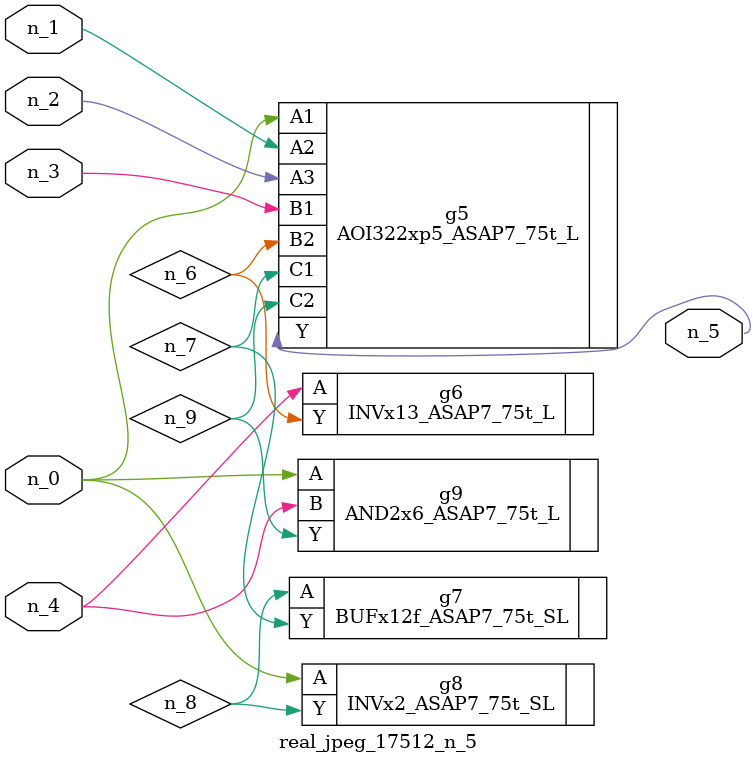
<source format=v>
module real_jpeg_17512_n_5 (n_4, n_0, n_1, n_2, n_3, n_5);

input n_4;
input n_0;
input n_1;
input n_2;
input n_3;

output n_5;

wire n_8;
wire n_6;
wire n_7;
wire n_9;

AOI322xp5_ASAP7_75t_L g5 ( 
.A1(n_0),
.A2(n_1),
.A3(n_2),
.B1(n_3),
.B2(n_6),
.C1(n_7),
.C2(n_9),
.Y(n_5)
);

INVx2_ASAP7_75t_SL g8 ( 
.A(n_0),
.Y(n_8)
);

AND2x6_ASAP7_75t_L g9 ( 
.A(n_0),
.B(n_4),
.Y(n_9)
);

INVx13_ASAP7_75t_L g6 ( 
.A(n_4),
.Y(n_6)
);

BUFx12f_ASAP7_75t_SL g7 ( 
.A(n_8),
.Y(n_7)
);


endmodule
</source>
